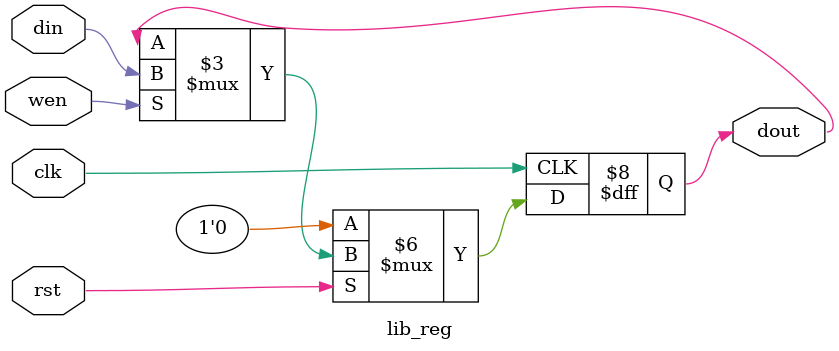
<source format=sv>
/******************************************************************************
*
*  Authors:   Chengyi Zhang
*     Date:   2023/4/20
*   Method:   
*  Version:   
*  Content:  
* 
******************************************************************************/

module lib_reg #(WIDTH = 1, RESET_VAL = 0) (
    input                               clk                        ,
    input                               rst                        ,
    input              [WIDTH-1: 0]     din                        ,
    output logic       [WIDTH-1: 0]     dout                       ,
    input                               wen                         
);

  always @(posedge clk) begin
    if (!rst)
        dout <= RESET_VAL;
    else if(wen)
        dout <= din;
  end

endmodule

</source>
